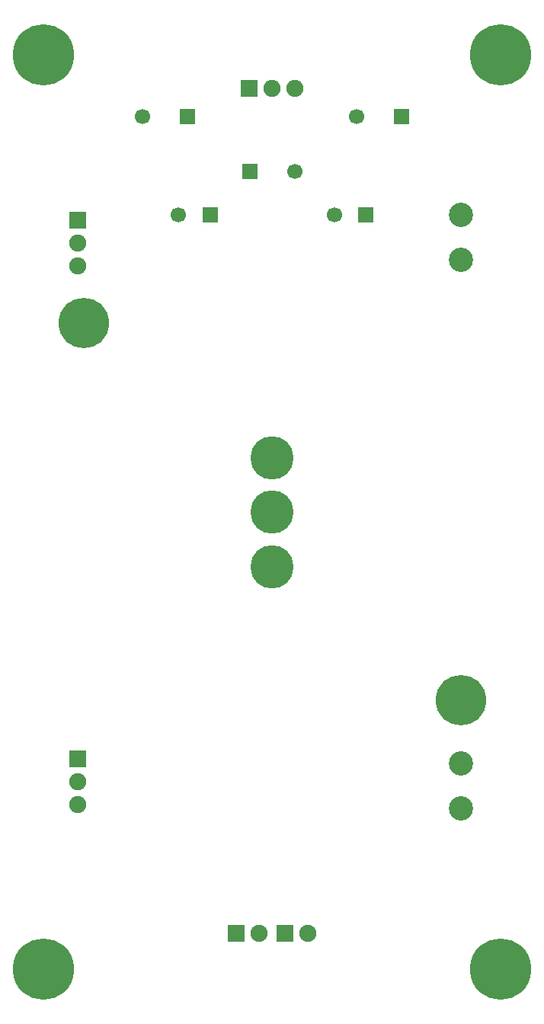
<source format=gbr>
G04 #@! TF.FileFunction,Soldermask,Bot*
%FSLAX46Y46*%
G04 Gerber Fmt 4.6, Leading zero omitted, Abs format (unit mm)*
G04 Created by KiCad (PCBNEW 4.0.2-stable) date 08.07.2018 23:17:36*
%MOMM*%
G01*
G04 APERTURE LIST*
%ADD10C,0.100000*%
%ADD11C,4.800000*%
%ADD12C,5.600000*%
%ADD13C,6.800000*%
%ADD14C,1.700000*%
%ADD15R,1.700000X1.700000*%
%ADD16R,1.900000X1.900000*%
%ADD17C,1.900000*%
%ADD18O,1.900000X1.900000*%
%ADD19C,2.700000*%
G04 APERTURE END LIST*
D10*
D11*
X125400000Y-85300000D03*
X125400000Y-73200000D03*
D12*
X146355000Y-100155000D03*
X104445000Y-58245000D03*
D13*
X150800000Y-28400000D03*
X100000000Y-28400000D03*
X100000000Y-130000000D03*
X150800000Y-130000000D03*
D14*
X115000000Y-46200000D03*
D15*
X118500000Y-46200000D03*
D14*
X132300000Y-46200000D03*
D15*
X135800000Y-46200000D03*
X116000000Y-35300000D03*
D14*
X111000000Y-35300000D03*
D15*
X139800000Y-35300000D03*
D14*
X134800000Y-35300000D03*
D15*
X122900000Y-41400000D03*
D14*
X127900000Y-41400000D03*
D16*
X122860000Y-32150000D03*
D17*
X125400000Y-32150000D03*
X127940000Y-32150000D03*
D16*
X103810000Y-106630000D03*
D17*
X103810000Y-109170000D03*
X103810000Y-111710000D03*
D16*
X103810000Y-46815000D03*
D17*
X103810000Y-49355000D03*
X103810000Y-51895000D03*
D16*
X121400000Y-126000000D03*
D18*
X123940000Y-126000000D03*
D16*
X126860000Y-126000000D03*
D18*
X129400000Y-126000000D03*
D19*
X146355000Y-112180000D03*
X146355000Y-107180000D03*
X146355000Y-51220000D03*
X146355000Y-46220000D03*
D11*
X125400000Y-79200000D03*
M02*

</source>
